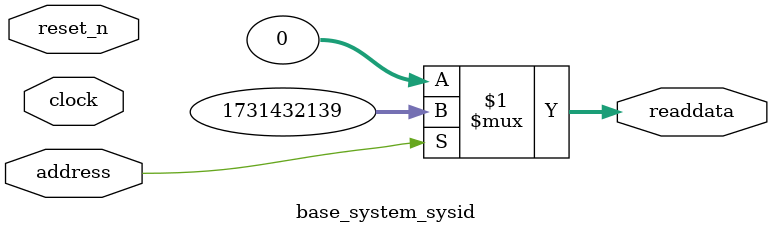
<source format=v>



// synthesis translate_off
`timescale 1ns / 1ps
// synthesis translate_on

// turn off superfluous verilog processor warnings 
// altera message_level Level1 
// altera message_off 10034 10035 10036 10037 10230 10240 10030 

module base_system_sysid (
               // inputs:
                address,
                clock,
                reset_n,

               // outputs:
                readdata
             )
;

  output  [ 31: 0] readdata;
  input            address;
  input            clock;
  input            reset_n;

  wire    [ 31: 0] readdata;
  //control_slave, which is an e_avalon_slave
  assign readdata = address ? 1731432139 : 0;

endmodule



</source>
